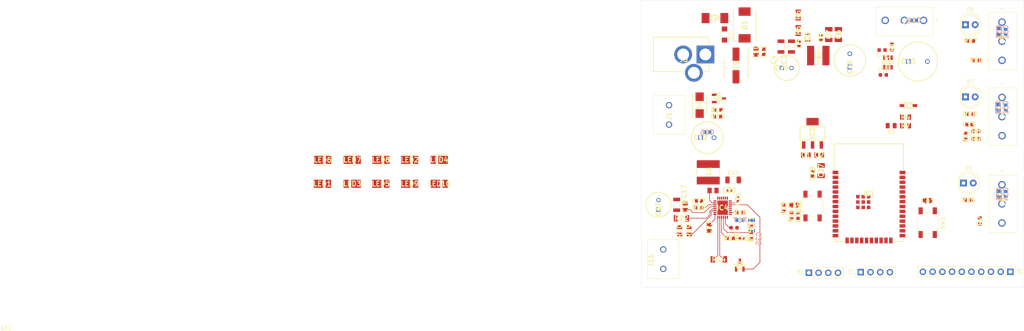
<source format=kicad_pcb>
(kicad_pcb (version 20241229) (generator "pcbnew") (generator_version "9.0")
  (layers (0 "F.Cu" signal) (2 "B.Cu" signal) (13 "F.Paste" user) (15 "B.Paste" user) (5 "F.SilkS" user "F.Silkscreen") (7 "B.SilkS" user "B.Silkscreen") (1 "F.Mask" user) (3 "B.Mask" user) (25 "Edge.Cuts" user))
  (net 0 "")
  (net 1 "GND")
  (net 2 "+5V")
  (net 3 "+3.3V")
  (net 4 "+12V")
  (net 5 "PH_SGN_3.3V")
  (net 6 "Net-(IC4-BST)")
  (net 7 "SW")
  (net 8 "ISP")
  (net 9 "INTV")
  (net 10 "Net-(IC4-CTRL)")
  (net 11 "Net-(IC4-SS)")
  (net 12 "Net-(C25-Pad2)")
  (net 13 "Net-(C26-Pad1)")
  (net 14 "Net-(C38-Pad2)")
  (net 15 "MCU_EN")
  (net 16 "IO0")
  (net 17 "Net-(D1-A)")
  (net 18 "EN")
  (net 19 "Net-(D4-A)")
  (net 20 "Net-(D5-A)")
  (net 21 "Net-(D6-A)")
  (net 22 "Net-(D7-A)")
  (net 23 "Net-(F2-Pad1)")
  (net 24 "IO2")
  (net 26 "SRV_SGN")
  (net 27 "IO22")
  (net 29 "IO21")
  (net 33 "TX")
  (net 34 "TDI")
  (net 35 "RX")
  (net 36 "PH_FAULT")
  (net 37 "PUMP_SGN")
  (net 38 "TEMP_FAULT")
  (net 39 "SENSOR_VIN")
  (net 40 "FLOW_SGN")
  (net 42 "TCK")
  (net 43 "TDO")
  (net 44 "SENSOR_VP")
  (net 45 "PWM_DIM")
  (net 46 "IO5")
  (net 47 "IO19")
  (net 48 "TMP_SGN")
  (net 50 "FLOW_FAULT")
  (net 51 "TMS")
  (net 52 "PH_SGN")
  (net 53 "Net-(IC3-SW)")
  (net 54 "Net-(IC3-FB)")
  (net 55 "Net-(IC4-OVLO)")
  (net 58 "Net-(IC4-RT)")
  (net 59 "Net-(IC4-VC)")
  (net 60 "ISN")
  (net 61 "Net-(IC4-ISMON)")
  (net 62 "Net-(IC4-FB)")
  (net 63 "Net-(IC4-~{FAULT})")
  (net 64 "Net-(IC4-EN{slash}UVLO)")
  (net 65 "Net-(IC4-PWMTG)")
  (net 66 "SRV_SGN_3.3V")
  (net 67 "Net-(J2-Pin_3)")
  (net 68 "IO4")
  (net 69 "IO16")
  (net 70 "Net-(LED1-K)")
  (net 71 "Net-(LED1-A)")
  (net 72 "Net-(LED2-A)")
  (net 73 "Net-(LED2-K)")
  (net 74 "Net-(LED3-K)")
  (net 75 "Net-(LED5-K)")
  (net 76 "Net-(LED6-K)")
  (net 77 "LEDS")
  (net 78 "Net-(LED7-K)")
  (net 79 "Net-(LED10-A)")
  (net 80 "Net-(Q1-G)")
  (net 81 "Net-(R11-Pad1)")
  (footprint "SamacSys_Parts:RESC1608X55N" (layer "F.Cu") (at 175.8 105.5)
    (property "Reference" "R18")
    (property "Value" "499k" (hide yes))
  )
  (footprint "SamacSys_Parts:RESC1608X55N" (layer "F.Cu") (at 237.5 86.29 180)
    (property "Reference" "R9")
    (property "Value" "10k" (hide yes))
  )
  (footprint "Connector_PinHeader_2.54mm:PinHeader_1x04_P2.54mm_Vertical" (layer "F.Cu") (at 207.35 121.09 90)
    (property "Reference" "J7")
    (property "Value" "UART Programmer")
  )
  (footprint "SamacSys_Parts:SRN6045_1" (layer "F.Cu") (at 167.5 95 -90)
    (property "Reference" "L1")
    (property "Value" "4.7µH" (hide yes))
  )
  (footprint "SamacSys_Parts:CAPC2012X135N" (layer "F.Cu") (at 161.5 104 -90)
    (property "Reference" "C18")
    (property "Value" "1uF" (hide yes))
  )
  (footprint "SamacSys_Parts:ASMWL300AFH0E" (layer "F.Cu") (at 81.965 91.75)
    (property "Reference" "LED8")
    (property "Value" "ASMW-LD00-AGJ0E" (hide yes))
  )
  (footprint "SamacSys_Parts:0805_AVX" (layer "F.Cu") (at 168.75 99.75 180)
    (property "Reference" "C19")
    (property "Value" "33nF")
  )
  (footprint "SamacSys_Parts:RESC1608X55N" (layer "F.Cu") (at 234.73 85.54 90)
    (property "Reference" "R11")
    (property "Value" "1k" (hide yes))
  )
  (footprint "SamacSys_Parts:691137710003" (layer "F.Cu") (at 244.27 75.45 -90)
    (property "Reference" "J4")
    (property "Value" "pH Sensor" (hide yes))
  )
  (footprint "Button_Switch_SMD:SW_SPST_SKQG_WithStem" (layer "F.Cu") (at 224.85 108.16 -90)
    (property "Reference" "SW2")
    (property "Value" "BOOT")
  )
  (footprint "SamacSys_Parts:RESC1608X55N" (layer "F.Cu") (at 189.25 106.36 90)
    (property "Reference" "R24")
    (property "Value" "0" (hide yes))
  )
  (footprint "Connector_PinHeader_2.54mm:PinHeader_1x04_P2.54mm_Vertical" (layer "F.Cu") (at 193.79 121.25 90)
    (property "Reference" "J8")
    (property "Value" "JTAG Connector")
  )
  (footprint "SamacSys_Parts:RESC1608X55N" (layer "F.Cu") (at 169.95 80.45)
    (property "Reference" "R13")
    (property "Value" "100k" (hide yes))
  )
  (footprint "Button_Switch_SMD:SW_SPST_SKQG_WithStem" (layer "F.Cu") (at 194.75 103.81 90)
    (property "Reference" "SW1")
    (property "Value" "RESET")
  )
  (footprint "SamacSys_Parts:RESC1608X55N" (layer "F.Cu") (at 187.25 104.36 90)
    (property "Reference" "R25")
    (property "Value" "10k" (hide yes))
  )
  (footprint "SamacSys_Parts:CAPC1608X90N" (layer "F.Cu") (at 191.25 61.42 90)
    (property "Reference" "C5")
    (property "Value" "0.1uF" (hide yes))
  )
  (footprint "Capacitor_SMD:C_0603_1608Metric" (layer "F.Cu") (at 213.25 69.55)
    (property "Reference" "C42")
    (property "Value" "0.1uF")
  )
  (footprint "SamacSys_Parts:SOT230P700X180-4N" (layer "F.Cu") (at 194.75 84.81 90)
    (property "Reference" "IC2")
    (property "Value" "TC1262-3.3VDB" (hide yes))
  )
  (footprint "SamacSys_Parts:691137710003" (layer "F.Cu") (at 244.25 98.25 -90)
    (property "Reference" "J6")
    (property "Value" "Temperature Sensor Connector" (hide yes))
  )
  (footprint "SamacSys_Parts:GRM15x" (layer "F.Cu") (at 173 99.75)
    (property "Reference" "C20")
    (property "Value" "0.47uF" (hide yes))
  )
  (footprint "SamacSys_Parts:CAPC2012X135N" (layer "F.Cu") (at 224.85 102.41 180)
    (property "Reference" "C41")
    (property "Value" "1uF" (hide yes))
  )
  (footprint "SamacSys_Parts:CAPC1608X90N" (layer "F.Cu") (at 165.05 102.5 180)
    (property "Reference" "C22")
    (property "Value" "2.2uF" (hide yes))
  )
  (footprint "SamacSys_Parts:RESC1608X55N" (layer "F.Cu") (at 237.52 65.75 180)
    (property "Reference" "R10")
    (property "Value" "10k" (hide yes))
  )
  (footprint "SamacSys_Parts:SOT95P237X112-3N" (layer "F.Cu") (at 175.75 119.25 90)
    (property "Reference" "Q2")
    (property "Value" "SI2319CDS-T1-GE3" (hide yes))
  )
  (footprint "SamacSys_Parts:ASMWL300AFH0E" (layer "F.Cu") (at 97.21 91.75 180)
    (property "Reference" "LED4")
    (property "Value" "ASMW-LD00-AGJ0E" (hide yes))
  )
  (footprint "Capacitor_SMD:C_0603_1608Metric" (layer "F.Cu") (at 174.25 109.5 180)
    (property "Reference" "C24")
    (property "Value" "10nF")
  )
  (footprint "SamacSys_Parts:ASMWL300AFH0E" (layer "F.Cu") (at 89.47 91.75)
    (property "Reference" "LED2")
    (property "Value" "ASMW-LD00-AGJ0E" (hide yes))
  )
  (footprint "SamacSys_Parts:CAPPRD350W60D825H1300" (layer "F.Cu") (at 204.5 67.5 90)
    (property "Reference" "C36")
    (property "Value" "220uF" (hide yes))
  )
  (footprint "SamacSys_Parts:CAPC1608X90N" (layer "F.Cu") (at 235.75 82.54)
    (property "Reference" "C15")
    (property "Value" "0.1uF" (hide yes))
  )
  (footprint "SamacSys_Parts:CAPC3216X180N" (layer "F.Cu") (at 189.25 62.147 90)
    (property "Reference" "C3")
    (property "Value" "10uF" (hide yes))
  )
  (footprint "SamacSys_Parts:RESC2012X60N" (layer "F.Cu") (at 162.5 110.3 -90)
    (property "Reference" "R19")
    (property "Value" "59k" (hide yes))
  )
  (footprint "SamacSys_Parts:CAPC2012X135N" (layer "F.Cu") (at 167.75 109.5 90)
    (property "Reference" "C23")
    (property "Value" "1uF" (hide yes))
  )
  (footprint "SamacSys_Parts:RESC2012X60N" (layer "F.Cu") (at 160 110.3 90)
    (property "Reference" "R20")
    (property "Value" "100k" (hide yes))
  )
  (footprint "SamacSys_Parts:CAPC2012X135N" (layer "F.Cu") (at 193 90.51)
    (property "Reference" "C1")
    (property "Value" "1uF" (hide yes))
  )
  (footprint "SamacSys_Parts:RESC3116X65N" (layer "F.Cu") (at 160.5 107)
    (property "Reference" "R22")
    (property "Value" "1.1M" (hide yes))
  )
  (footprint "SamacSys_Parts:ASMWL300AFH0E" (layer "F.Cu") (at 66.72 91.75)
    (property "Reference" "LED6")
    (property "Value" "ASMW-LD00-AGJ0E" (hide yes))
  )
  (footprint "SamacSys_Parts:CAPC2012X135N" (layer "F.Cu") (at 196.5 90.51 180)
    (property "Reference" "C2")
    (property "Value" "1uF" (hide yes))
  )
  (footprint "SamacSys_Parts:CAPPRD350W60D825H1300" (layer "F.Cu") (at 165.5 85.95)
    (property "Reference" "C12")
    (property "Value" "220uF" (hide yes))
  )
  (footprint "SamacSys_Parts:RESC2012X60N" (layer "F.Cu") (at 219.05 80.57 180)
    (property "Reference" "R4")
    (property "Value" "2M" (hide yes))
  )
  (footprint "SamacSys_Parts:ASMWLL00NKM0E" (layer "F.Cu") (at 97.21 98 180)
    (property "Reference" "LED10")
    (property "Value" "ASMW-LL00-NKM0E" (hide yes))
  )
  (footprint "SamacSys_Parts:RESC2012X60N" (layer "F.Cu") (at 191 57.95 -90)
    (property "Reference" "R6")
    (property "Value" "30k" (hide yes))
  )
  (footprint "SamacSys_Parts:RESC2012X60N" (layer "F.Cu") (at 219.05 82.82 180)
    (property "Reference" "R7")
    (property "Value" "30k" (hide yes))
  )
  (footprint "SamacSys_Parts:RESC2012X60N" (layer "F.Cu") (at 191 53.906 -90)
    (property "Reference" "R5")
    (property "Value" "220k" (hide yes))
  )
  (footprint "SamacSys_Parts:GRM15x" (layer "F.Cu") (at 175.25 102 90)
    (property "Reference" "C21")
    (property "Value" "0.47uF" (hide yes))
  )
  (footprint "SamacSys_Parts:ASMWLL00NKM0E" (layer "F.Cu") (at 89.46 98 180)
    (property "Reference" "LED9")
    (property "Value" "ASMW-LL00-NKM0E" (hide yes))
  )
  (footprint "SamacSys_Parts:694108301002" (layer "F.Cu") (at 166.75 64.2)
    (property "Reference" "J3")
    (property "Value" "Power Connector" (hide yes))
  )
  (footprint "SamacSys_Parts:CAPC1608X90N" (layer "F.Cu") (at 191 106.36 -90)
    (property "Reference" "C38")
    (property "Value" "0.1uF" (hide yes))
  )
  (footprint "SamacSys_Parts:QFN50P400X500X80-29N-D" (layer "F.Cu") (at 171.25 104.25)
    (property "Reference" "IC4")
    (property "Value" "LT3922EUFD#PBF" (hide yes))
  )
  (footprint "SamacSys_Parts:691137710003" (layer "F.Cu") (at 223.75 55.3 180)
    (property "Reference" "J2")
    (property "Value" "Servo Motor Connector" (hide yes))
  )
  (footprint "SamacSys_Parts:RESC1608X55N" (layer "F.Cu") (at 237.5 84.29)
    (property "Reference" "R8")
    (property "Value" "20k" (hide yes))
  )
  (footprint "SamacSys_Parts:ESP32WROOM32EN8R2" (layer "F.Cu") (at 209.5 100.31)
    (property "Reference" "IC1")
    (property "Value" "ESP32-WROOM-32E-N8R2" (hide yes))
  )
  (footprint "SamacSys_Parts:CAPC1608X90N" (layer "F.Cu") (at 194.75 95.31 90)
    (property "Reference" "C28")
    (property "Value" "0.1uF" (hide yes))
  )
  (footprint "SamacSys_Parts:2828372" (layer "F.Cu") (at 155.75 120.24 90)
    (property "Reference" "J11")
    (property "Value" "LED Connector" (hide yes))
  )
  (footprint "SamacSys_Parts:RESC1608X55N" (layer "F.Cu") (at 178.75 111.55 -90)
    (property "Reference" "R15")
    (property "Value" "43.2k" (hide yes))
  )
  (footprint "SamacSys_Parts:ASMWL300AFH0E" (layer "F.Cu") (at 74.465 91.75)
    (property "Reference" "LED7")
    (property "Value" "ASMW-LD00-AGJ0E" (hide yes))
  )
  (footprint "SamacSys_Parts:CAPC2012X135N" (layer "F.Cu") (at 190 103.61 180)
    (property "Reference" "C39")
    (property "Value" "1uF" (hide yes))
  )
  (footprint "SamacSys_Parts:SOTFL50P160X60-6N" (layer "F.Cu") (at 193.5 59.75 90)
    (property "Reference" "IC3")
    (property "Value" "TPS565242DRLR" (hide yes))
  )
  (footprint "SamacSys_Parts:SOT95P280X100-3N" (layer "F.Cu") (at 170.3 75.7)
    (property "Reference" "Q1")
    (property "Value" "RQ5E030AJTCL" (hide yes))
  )
  (footprint "SamacSys_Parts:CAPAE630X800N" (layer "F.Cu") (at 174.75 67.093215 -90)
    (property "Reference" "C9")
    (property "Value" "100uF" (hide yes))
  )
  (footprint "LED_THT:LED_D5.0mm" (layer "F.Cu") (at 234.21 97.81)
    (property "Reference" "D5")
    (property "Value" "LED")
  )
  (footprint "SamacSys_Parts:SOD3716X145N" (layer "F.Cu") (at 219.8 77.57)
    (property "Reference" "D3")
    (property "Value" "BZT52C12-13-F" (hide yes))
  )
  (footprint "SamacSys_Parts:RESC1608X55N" (layer "F.Cu") (at 173.25 112.25 180)
    (property "Reference" "R23")
    (property "Value" "10k" (hide yes))
  )
  (footprint "Resistor_SMD:R_0805_2012Metric" (layer "F.Cu") (at 215.3 82.82 180)
    (property "Reference" "R3")
    (property "Value" "20k")
  )
  (footprint "SamacSys_Parts:DIOM5436X247N" (layer "F.Cu") (at 165.25 77.45 90)
    (property "Reference" "D4")
    (property "Value" "SS24" (hide yes))
  )
  (footprint "SamacSys_Parts:INDC4949X330N" (layer "F.Cu") (at 196.25 64.5 180)
    (property "Reference" "L2")
    (property "Value" "3.3uH" (hide yes))
  )
  (footprint "SamacSys_Parts:TVS_SMF12A" (layer "F.Cu") (at 171.75 59 -90)
    (property "Reference" "D2")
    (property "Value" "SMF12A")
  )
  (footprint "SamacSys_Parts:RESC1608X55N" (layer "F.Cu") (at 170 78.7 180)
    (property "Reference" "R12")
    (property "Value" "100" (hide yes))
  )
  (footprint "Capacitor_SMD:C_1206_3216Metric" (layer "F.Cu") (at 174 97)
    (property "Reference" "C43")
    (property "Value" "4.7uF")
  )
  (footprint "SamacSys_Parts:CAPC3216X180N" (layer "F.Cu") (at 186.5 62.147 90)
    (property "Reference" "C4")
    (property "Value" "10uF" (hide yes))
  )
  (footprint "SamacSys_Parts:RESC1608X55N" (layer "F.Cu") (at 215.5 62.3 90)
    (property "Reference" "R1")
    (property "Value" "220" (hide yes))
  )
  (footprint "SamacSys_Parts:FUSC6125X236N" (layer "F.Cu") (at 169.25 54.7)
    (property "Reference" "F2")
    (property "Value" "SF-2410FP1000W-2" (hide yes))
  )
  (footprint "SamacSys_Parts:CAPC3216X190N" (layer "F.Cu") (at 201.5 59 90)
    (property "Reference" "C6")
    (property "Value" "22uF" (hide yes))
  )
  (footprint "SamacSys_Parts:691137710003" (layer "F.Cu") (at 244.27 55.75 -90)
    (property "Reference" "J5")
    (property "Value" "Water Flow Sensor Connector" (hide yes))
  )
  (footprint "SamacSys_Parts:RESC1608X55N" (layer "F.Cu") (at 165.05 104.25)
    (property "Reference" "R16")
    (property "Value" "100k" (hide yes))
  )
  (footprint "Connector_PinHeader_2.54mm:PinHeader_1x10_P2.54mm_Vertical" (layer "F.Cu") (at 246.45 121 -90)
    (property "Reference" "J9")
    (property "Value" "Conn_01x10_Pin")
  )
  (footprint "SamacSys_Parts:CSR1206" (layer "F.Cu") (at 170.25 117.75)
    (property "Reference" "R14")
    (property "Value" "500m" (hide yes))
  )
  (footprint "SamacSys_Parts:ASMWLL00NKM0E" (layer "F.Cu") (at 74.455 98)
    (property "Reference" "LED3")
    (property "Value" "ASMW-LL00-NKM0E" (hide yes))
  )
  (footprint "LED_THT:LED_D5.0mm" (layer "F.Cu") (at 234.71 56.44)
    (property "Reference" "D6")
    (property "Value" "LED")
  )
  (footprint "SamacSys_Parts:ASMWLL00NKM0E" (layer "F.Cu") (at 66.67 98 180)
    (property "Reference" "LED1")
    (property "Value" "ASMW-LL00-NKM0E" (hide yes))
  )
  (footprint "SamacSys_Parts:RESC1608X55N" (layer "F.Cu") (at 238.5 107.7 -90)
    (property "Reference" "R2")
    (property "Value" "4.7k" (hide yes))
  )
  (footprint "LED_THT:LED_D5.0mm" (layer "F.Cu") (at 234.71 75.29)
    (property "Reference" "D7")
    (property "Value" "LED")
  )
  (footprint "SamacSys_Parts:DIOM7959X262N" (layer "F.Cu") (at 177 56.5 90)
    (property "Reference" "D1")
    (property "Value" "SK84LQ-TP" (hide yes))
  )
  (footprint "SamacSys_Parts:RESC1608X55N" (layer "F.Cu") (at 178.75 108.3 -90)
    (property "Reference" "R21")
    (property "Value" "100M" (hide yes))
  )
  (footprint "SamacSys_Parts:CAPC1005X70N" (layer "F.Cu") (at 176.25 112.25)
    (property "Reference" "C26")
    (property "Value" "1nF" (hide yes))
  )
  (footprint "Capacitor_SMD:C_0603_1608Metric" (layer "F.Cu") (at 212.925 63.05 180)
    (property "Reference" "C40")
    (property "Value" "0.1uF")
  )
  (footprint "SamacSys_Parts:CAPC1608X90N" (layer "F.Cu") (at 197 59.83 90)
    (property "Reference" "C8")
    (property "Value" "0.1uF" (hide yes))
  )
  (footprint "SamacSys_Parts:2828372" (layer "F.Cu") (at 157.25 82.53 90)
    (property "Reference" "J1")
    (property "Value" "Water Pump Connector" (hide yes))
  )
  (footprint "SamacSys_Parts:ASMWLL00NKM0E" (layer "F.Cu") (at 81.92 98 180)
    (property "Reference" "LED5")
    (property "Value" "ASMW-LL00-NKM0E" (hide yes))
  )
  (footprint "SamacSys_Parts:CAPPRD500W60D1025H1400" (layer "F.Cu") (at 219.775 66.05)
    (property "Reference" "C13")
    (property "Value" "470uF" (hide yes))
  )
  (footprint "SamacSys_Parts:RESC1608X55N" (layer "F.Cu") (at 235.452842 102.25)
    (property "Reference" "R26")
    (property "Value" "270" (hide yes))
  )
  (footprint "SamacSys_Parts:RESC1608X55N" (layer "F.Cu") (at 235.9 79.79 180)
    (property "Reference" "R28")
    (property "Value" "270" (hide yes))
  )
  (footprint "SamacSys_Parts:CAPC1608X90N" (layer "F.Cu") (at 182 63.5 -90)
    (property "Reference" "C11")
    (property "Value" "0.1uF" (hide yes))
  )
  (footprint "SamacSys_Parts:CAPC3216X190N" (layer "F.Cu") (at 199 59 90)
    (property "Reference" "C7")
    (property "Value" "22uF" (hide yes))
  )
  (footprint "SamacSys_Parts:CAPPRD250W50D655H1250" (layer "F.Cu") (at 154.5 104.75 90)
    (property "Reference" "C37")
    (property "Value" "47uF" (hide yes))
  )
  (footprint "SamacSys_Parts:RESC1608X55N" (layer "F.Cu") (at 236.035 60.69 180)
    (property "Reference" "R27")
    (property "Value" "270" (hide yes))
  )
  (footprint "SamacSys_Parts:CAPC3216X190N" (layer "F.Cu") (at 197 94.56 90)
    (property "Reference" "C27")
    (property "Value" "22uF" (hide yes))
  )
  (footprint "SamacSys_Parts:SOT95P280X145-6N" (layer "F.Cu") (at 214.45 66.3 90)
    (property "Reference" "IC5")
    (property "Value" "TXU0101DBVR" (hide yes))
  )
  (footprint "SamacSys_Parts:CAPC2012X135N" (layer "F.Cu") (at 180 63.5 -90)
    (property "Reference" "C10")
    (property "Value" "1uF" (hide yes))
  )
  (footprint "SamacSys_Parts:CAPPRD250W50D655H1250" (layer "F.Cu") (at 186.75 67.75)
    (property "Reference" "C29")
    (property "Value" "47uF" (hide yes))
  )
  (footprint "SamacSys_Parts:CAPC3216X180N" (layer "F.Cu") (at 159.25 103.5 -90)
    (property "Reference" "C17")
    (property "Value" "10uF" (hide yes))
  )
  (footprint "SamacSys_Parts:RESC1608X55N" (layer "B.Cu") (at 175.8 107.5)
    (property "Reference" "R17")
    (property "Value" "10k" (hide yes))
  )
  (footprint "SamacSys_Parts:CAPC1608X90N" (layer "B.Cu") (at 245.25 100.67 -90)
    (property "Reference" "C34")
    (property "Value" "0.1uF" (hide yes))
  )
  (footprint "SamacSys_Parts:CAPC1608X90N" (layer "B.Cu") (at 167.25 84.5)
    (property "Reference" "C16")
    (property "Value" "0.1uF" (hide yes))
  )
  (footprint "SamacSys_Parts:CAPC2012X135N" (layer "B.Cu") (at 243.5 100.71 -90)
    (property "Reference" "C35")
    (property "Value" "1uF" (hide yes))
  )
  (footprint "SamacSys_Parts:CAPC3216X180N" (layer "B.Cu") (at 178.8 108.885796 90)
    (property "Reference" "C25")
    (property "Value" "10uF" (hide yes))
  )
  (footprint "SamacSys_Parts:CAPC1608X90N" (layer "B.Cu") (at 245.25 58.31 90)
    (property "Reference" "C32")
    (property "Value" "0.1uF" (hide yes))
  )
  (footprint "SamacSys_Parts:CAPC1608X90N" (layer "B.Cu") (at 221.25 55.3)
    (property "Reference" "C14")
    (property "Value" "0.1uF" (hide yes))
  )
  (footprint "SamacSys_Parts:CAPC2012X135N" (layer "B.Cu") (at 243.25 78.08 90)
    (property "Reference" "C30")
    (property "Value" "1uF" (hide yes))
  )
  (footprint "SamacSys_Parts:CAPC1608X90N" (layer "B.Cu") (at 245.25 78.08 90)
    (property "Reference" "C31")
    (property "Value" "0.1uF" (hide yes))
  )
  (footprint "SamacSys_Parts:CAPC2012X135N" (layer "B.Cu") (at 243.5 58.19 90)
    (property "Reference" "C33")
    (property "Value" "1uF" (hide yes))
  )
  (gr_rect (start 150 50) (end 250 125) (stroke (width 0.05)) (fill no) (layer "Edge.Cuts"))
  (segment (start 166.5 105.5) (end 168 104) (width 0.15) (layer "F.Cu") (net 4))
  (segment (start 161.5 104.79) (end 162.79 104.79) (width 0.15) (layer "F.Cu") (net 4))
  (segment (start 162.79 104.79) (end 163.5 105.5) (width 0.15) (layer "F.Cu") (net 4))
  (segment (start 163.5 105.5) (end 166.5 105.5) (width 0.15) (layer "F.Cu") (net 4))
  (segment (start 168 104) (end 169.25 104) (width 0.15) (layer "F.Cu") (net 4))
  (segment (start 167.8483 99.75) (end 167.8483 102.3483) (width 0.15) (layer "F.Cu") (net 6))
  (segment (start 168.5 103) (end 169.25 103) (width 0.15) (layer "F.Cu") (net 6))
  (segment (start 167.8483 102.3483) (end 168.5 103) (width 0.15) (layer "F.Cu") (net 6))
  (segment (start 169 117.75) (end 168.675 117.75) (width 0.15) (layer "F.Cu") (net 8))
  (segment (start 174.725 103) (end 175.25 102.475) (width 0.15) (layer "F.Cu") (net 8))
  (segment (start 170 106.75) (end 170 116.75) (width 0.15) (layer "F.Cu") (net 8))
  (segment (start 170 116.75) (end 169 117.75) (width 0.15) (layer "F.Cu") (net 8))
  (segment (start 173.25 103) (end 174.725 103) (width 0.15) (layer "F.Cu") (net 8))
  (segment (start 167.5 103.5) (end 169.25 103.5) (width 0.15) (layer "F.Cu") (net 9))
  (segment (start 166.75 104.25) (end 167.5 103.5) (width 0.15) (layer "F.Cu") (net 9))
  (segment (start 165.85 104.25) (end 166.75 104.25) (width 0.15) (layer "F.Cu") (net 9))
  (segment (start 169.25 107.21) (end 167.75 108.71) (width 0.15) (layer "F.Cu") (net 10))
  (segment (start 169.25 105.5) (end 169.25 106) (width 0.15) (layer "F.Cu") (net 10))
  (segment (start 169.25 106) (end 169.25 107.21) (width 0.15) (layer "F.Cu") (net 10))
  (segment (start 173 109.5) (end 172 108.5) (width 0.15) (layer "F.Cu") (net 11))
  (segment (start 173.475 109.5) (end 173 109.5) (width 0.15) (layer "F.Cu") (net 11))
  (segment (start 172 108.5) (end 172 106.75) (width 0.15) (layer "F.Cu") (net 11))
  (segment (start 174.05 112.25) (end 175.79 112.25) (width 0.15) (layer "F.Cu") (net 13))
  (segment (start 168.25 106.25) (end 163.25 111.25) (width 0.15) (layer "F.Cu") (net 55))
  (segment (start 169.25 105) (end 168.648 105) (width 0.15) (layer "F.Cu") (net 55))
  (segment (start 168.648 105) (end 168.25 105.398) (width 0.15) (layer "F.Cu") (net 55))
  (segment (start 163.25 111.25) (end 162.5 111.25) (width 0.15) (layer "F.Cu") (net 55))
  (segment (start 168.25 105.398) (end 168.25 106.25) (width 0.15) (layer "F.Cu") (net 55))
  (segment (start 173.25 105.5) (end 175 105.5) (width 0.15) (layer "F.Cu") (net 58))
  (segment (start 170.95 107.05) (end 170.95 110.75) (width 0.15) (layer "F.Cu") (net 59))
  (segment (start 171 106.75) (end 171 107) (width 0.15) (layer "F.Cu") (net 59))
  (segment (start 171 107) (end 170.95 107.05) (width 0.15) (layer "F.Cu") (net 59))
  (segment (start 170.95 110.75) (end 172.45 112.25) (width 0.15) (layer "F.Cu") (net 59))
  (segment (start 170.5 106.75) (end 170.5 116.75) (width 0.15) (layer "F.Cu") (net 60))
  (segment (start 171.5 117.75) (end 171.825 117.75) (width 0.15) (layer "F.Cu") (net 60))
  (segment (start 170.5 116.75) (end 171.5 117.75) (width 0.15) (layer "F.Cu") (net 60))
  (segment (start 178.75 110.75) (end 178.75 109.1) (width 0.15) (layer "F.Cu") (net 62))
  (segment (start 172.5 110.75) (end 178.75 110.75) (width 0.15) (layer "F.Cu") (net 62))
  (segment (start 171.5 106.75) (end 171.5 109.75) (width 0.15) (layer "F.Cu") (net 62))
  (segment (start 171.5 109.75) (end 172.5 110.75) (width 0.15) (layer "F.Cu") (net 62))
  (segment (start 168 105.151611) (end 167.899 105.252612) (width 0.15) (layer "F.Cu") (net 64))
  (segment (start 167.899 106.104612) (end 167.003612 107) (width 0.15) (layer "F.Cu") (net 64))
  (segment (start 167.899 105.252612) (end 167.899 106.104612) (width 0.15) (layer "F.Cu") (net 64))
  (segment (start 168.648 104.5) (end 168 105.148) (width 0.15) (layer "F.Cu") (net 64))
  (segment (start 168 105.148) (end 168 105.151611) (width 0.15) (layer "F.Cu") (net 64))
  (segment (start 169.25 104.5) (end 168.648 104.5) (width 0.15) (layer "F.Cu") (net 64))
  (segment (start 167.003612 107) (end 162.75 107) (width 0.15) (layer "F.Cu") (net 64))
  (segment (start 179.2 120.3) (end 176.7 120.3) (width 0.15) (layer "F.Cu") (net 65))
  (segment (start 181 106.75) (end 181 118.5) (width 0.15) (layer "F.Cu") (net 65))
  (segment (start 181 118.5) (end 179.2 120.3) (width 0.15) (layer "F.Cu") (net 65))
  (segment (start 173.25 103.5) (end 177.75 103.5) (width 0.15) (layer "F.Cu") (net 65))
  (segment (start 177.75 103.5) (end 181 106.75) (width 0.15) (layer "F.Cu") (net 65))
)
</source>
